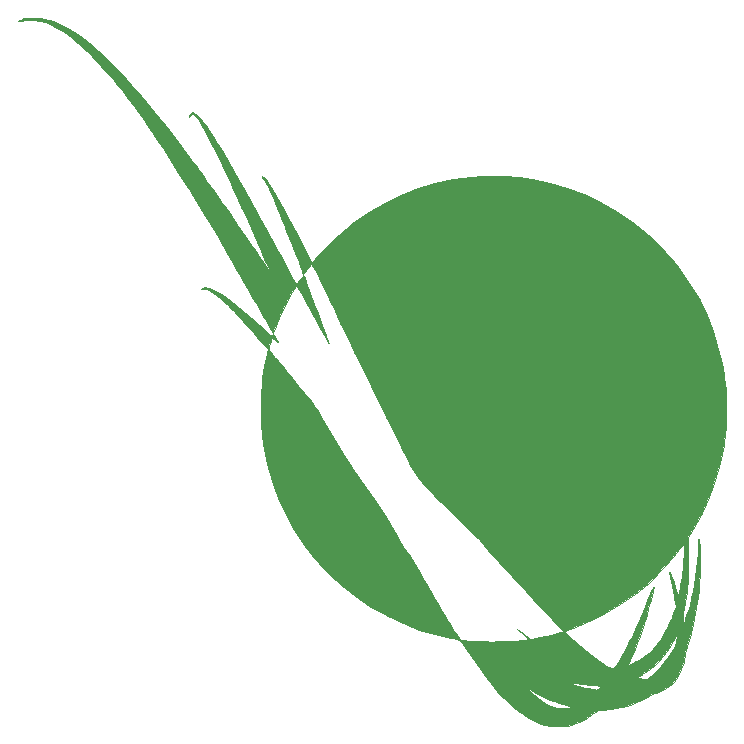
<source format=gbr>
%TF.GenerationSoftware,KiCad,Pcbnew,(5.1.10)-1*%
%TF.CreationDate,2022-03-12T01:19:32-06:00*%
%TF.ProjectId,SRA_Sensor_Board,5352415f-5365-46e7-936f-725f426f6172,rev?*%
%TF.SameCoordinates,Original*%
%TF.FileFunction,Legend,Bot*%
%TF.FilePolarity,Positive*%
%FSLAX46Y46*%
G04 Gerber Fmt 4.6, Leading zero omitted, Abs format (unit mm)*
G04 Created by KiCad (PCBNEW (5.1.10)-1) date 2022-03-12 01:19:32*
%MOMM*%
%LPD*%
G01*
G04 APERTURE LIST*
%ADD10C,0.010000*%
G04 APERTURE END LIST*
D10*
%TO.C,G\u002A\u002A\u002A*%
G36*
X73193461Y-88177631D02*
G01*
X73224906Y-88250006D01*
X73327167Y-88403965D01*
X73385837Y-88487036D01*
X73495590Y-88649042D01*
X73603124Y-88826863D01*
X73715187Y-89034721D01*
X73838528Y-89286836D01*
X73979893Y-89597427D01*
X74146031Y-89980715D01*
X74343690Y-90450919D01*
X74519661Y-90876412D01*
X74669319Y-91243807D01*
X74853899Y-91702998D01*
X75065398Y-92233619D01*
X75295813Y-92815304D01*
X75537141Y-93427687D01*
X75781382Y-94050402D01*
X76020531Y-94663083D01*
X76246588Y-95245365D01*
X76451548Y-95776881D01*
X76627411Y-96237265D01*
X76662403Y-96329632D01*
X76727221Y-96501049D01*
X77064030Y-96039851D01*
X77212946Y-95847033D01*
X77338692Y-95704680D01*
X77423868Y-95631438D01*
X77448099Y-95628245D01*
X77481702Y-95689549D01*
X77562922Y-95849949D01*
X77687298Y-96100322D01*
X77850368Y-96431551D01*
X78047670Y-96834514D01*
X78274744Y-97300092D01*
X78527126Y-97819164D01*
X78800356Y-98382611D01*
X79089971Y-98981312D01*
X79205547Y-99220627D01*
X79870946Y-100598253D01*
X80488398Y-101874885D01*
X81061546Y-103057977D01*
X81594038Y-104154983D01*
X82089519Y-105173356D01*
X82551633Y-106120550D01*
X82984027Y-107004019D01*
X83390345Y-107831215D01*
X83774234Y-108609594D01*
X84139339Y-109346608D01*
X84489305Y-110049711D01*
X84827777Y-110726357D01*
X85020444Y-111109988D01*
X85281570Y-111632268D01*
X85504549Y-112081248D01*
X85697311Y-112467236D01*
X85867786Y-112800541D01*
X86023905Y-113091474D01*
X86173597Y-113350344D01*
X86324794Y-113587459D01*
X86485424Y-113813129D01*
X86663420Y-114037663D01*
X86866709Y-114271371D01*
X87103224Y-114524561D01*
X87380895Y-114807544D01*
X87707650Y-115130628D01*
X88091422Y-115504123D01*
X88540139Y-115938337D01*
X89061733Y-116443581D01*
X89305319Y-116680298D01*
X89744681Y-117110208D01*
X90174528Y-117535307D01*
X90583643Y-117944194D01*
X90960810Y-118325469D01*
X91294815Y-118667730D01*
X91574440Y-118959575D01*
X91788471Y-119189604D01*
X91913056Y-119331129D01*
X92251886Y-119729521D01*
X92662754Y-120200600D01*
X93133645Y-120731279D01*
X93652542Y-121308469D01*
X94207429Y-121919083D01*
X94786287Y-122550033D01*
X95377102Y-123188232D01*
X95967855Y-123820592D01*
X96546531Y-124434024D01*
X97101113Y-125015442D01*
X97619585Y-125551758D01*
X97704423Y-125638685D01*
X97991357Y-125933063D01*
X98247555Y-126197508D01*
X98461944Y-126420460D01*
X98623451Y-126590356D01*
X98721003Y-126695636D01*
X98745496Y-126725649D01*
X98671690Y-126751944D01*
X98504467Y-126800054D01*
X98267242Y-126864010D01*
X97983436Y-126937841D01*
X97676464Y-127015579D01*
X97369746Y-127091253D01*
X97086700Y-127158896D01*
X96850743Y-127212537D01*
X96759584Y-127231866D01*
X96373939Y-127304583D01*
X96093674Y-127342881D01*
X95909326Y-127347461D01*
X95811429Y-127319026D01*
X95796933Y-127303259D01*
X95739564Y-127246658D01*
X95609753Y-127134167D01*
X95429288Y-126984355D01*
X95297999Y-126878049D01*
X94829669Y-126502358D01*
X95303551Y-126949311D01*
X95777434Y-127396265D01*
X95573764Y-127432715D01*
X95212765Y-127484929D01*
X94780082Y-127527226D01*
X94292111Y-127559723D01*
X93765245Y-127582542D01*
X93215878Y-127595802D01*
X92660405Y-127599624D01*
X92115221Y-127594127D01*
X91596720Y-127579432D01*
X91121296Y-127555658D01*
X90705343Y-127522925D01*
X90365256Y-127481354D01*
X90117430Y-127431064D01*
X90010049Y-127391987D01*
X89941387Y-127321141D01*
X89819861Y-127156493D01*
X89651946Y-126908652D01*
X89444119Y-126588226D01*
X89202853Y-126205823D01*
X88934625Y-125772053D01*
X88645911Y-125297523D01*
X88343186Y-124792841D01*
X88032926Y-124268617D01*
X87721606Y-123735459D01*
X87415702Y-123203975D01*
X87121689Y-122684774D01*
X86962174Y-122398877D01*
X86709050Y-121950213D01*
X86437193Y-121481792D01*
X86162453Y-121020002D01*
X85900676Y-120591230D01*
X85667713Y-120221863D01*
X85519598Y-119996986D01*
X85297993Y-119658613D01*
X85040633Y-119247505D01*
X84767778Y-118797158D01*
X84499689Y-118341070D01*
X84256628Y-117912734D01*
X84232309Y-117868786D01*
X83933892Y-117341576D01*
X83640440Y-116854310D01*
X83330847Y-116374232D01*
X82984002Y-115868587D01*
X82587677Y-115316777D01*
X81738982Y-114130992D01*
X80936991Y-112959442D01*
X80163059Y-111773233D01*
X79398543Y-110543472D01*
X78624800Y-109241265D01*
X78265255Y-108618026D01*
X78049508Y-108247293D01*
X77853182Y-107927282D01*
X77658580Y-107632918D01*
X77448007Y-107339125D01*
X77203767Y-107020827D01*
X76908163Y-106652949D01*
X76697369Y-106396277D01*
X76406444Y-106043384D01*
X76117065Y-105691384D01*
X75845640Y-105360309D01*
X75608577Y-105070193D01*
X75422287Y-104841066D01*
X75344743Y-104744977D01*
X75158122Y-104515081D01*
X74921838Y-104227615D01*
X74663963Y-103916553D01*
X74412567Y-103615868D01*
X74371003Y-103566457D01*
X74166314Y-103318610D01*
X73992629Y-103099190D01*
X73863516Y-102926064D01*
X73792542Y-102817098D01*
X73783097Y-102792317D01*
X73799116Y-102702145D01*
X73840338Y-102538270D01*
X73896504Y-102335986D01*
X73957359Y-102130588D01*
X74012647Y-101957371D01*
X74052110Y-101851630D01*
X74060874Y-101836428D01*
X74113304Y-101860742D01*
X74225972Y-101949975D01*
X74365700Y-102076618D01*
X74504276Y-102201495D01*
X74569147Y-102242872D01*
X74556570Y-102198428D01*
X74553262Y-102192967D01*
X74469310Y-102046993D01*
X74366029Y-101855273D01*
X74325281Y-101776476D01*
X74243338Y-101622448D01*
X74193081Y-101562639D01*
X74153511Y-101583346D01*
X74119038Y-101641925D01*
X74086721Y-101691056D01*
X74045905Y-101707893D01*
X73981156Y-101682784D01*
X73877039Y-101606077D01*
X73718117Y-101468123D01*
X73488955Y-101259268D01*
X73450426Y-101223856D01*
X72770792Y-100604226D01*
X72165323Y-100063826D01*
X71625074Y-99595197D01*
X71141100Y-99190876D01*
X70704457Y-98843403D01*
X70306198Y-98545318D01*
X69937379Y-98289160D01*
X69910047Y-98271028D01*
X69421207Y-97968339D01*
X69002907Y-97752872D01*
X68657227Y-97625363D01*
X68386249Y-97586552D01*
X68192051Y-97637175D01*
X68168676Y-97653291D01*
X68104574Y-97709438D01*
X68116507Y-97736858D01*
X68221869Y-97746240D01*
X68322050Y-97747559D01*
X68589753Y-97787263D01*
X68855365Y-97914319D01*
X68867193Y-97921759D01*
X69077511Y-98070361D01*
X69349910Y-98285237D01*
X69662258Y-98547037D01*
X69992424Y-98836416D01*
X70318275Y-99134024D01*
X70617680Y-99420515D01*
X70840780Y-99647090D01*
X71026066Y-99844595D01*
X71260786Y-100097811D01*
X71532617Y-100393162D01*
X71829239Y-100717075D01*
X72138332Y-101055975D01*
X72447573Y-101396288D01*
X72744643Y-101724440D01*
X73017220Y-102026857D01*
X73252982Y-102289964D01*
X73439610Y-102500187D01*
X73564782Y-102643951D01*
X73605843Y-102693401D01*
X73738191Y-102861655D01*
X73575782Y-103593150D01*
X73442369Y-104228511D01*
X73338633Y-104809986D01*
X73260649Y-105371521D01*
X73204491Y-105947064D01*
X73166233Y-106570562D01*
X73141951Y-107275964D01*
X73139900Y-107362867D01*
X73132374Y-108339059D01*
X73158541Y-109230168D01*
X73221515Y-110067245D01*
X73324406Y-110881343D01*
X73470327Y-111703513D01*
X73660409Y-112556637D01*
X74076066Y-114020337D01*
X74601539Y-115440633D01*
X75232599Y-116811755D01*
X75965018Y-118127934D01*
X76794566Y-119383401D01*
X77717014Y-120572387D01*
X78728134Y-121689122D01*
X79823696Y-122727837D01*
X80999471Y-123682763D01*
X82251231Y-124548131D01*
X82616362Y-124774566D01*
X83862515Y-125466352D01*
X85166075Y-126071499D01*
X86507068Y-126582482D01*
X87865519Y-126991776D01*
X89221454Y-127291856D01*
X89365366Y-127317150D01*
X89681020Y-127381401D01*
X89884690Y-127447668D01*
X89982926Y-127516350D01*
X90037398Y-127594026D01*
X90149614Y-127755820D01*
X90309309Y-127986869D01*
X90506217Y-128272308D01*
X90730073Y-128597274D01*
X90906698Y-128853960D01*
X91565668Y-129789497D01*
X92185571Y-130621545D01*
X92773170Y-131357624D01*
X93335225Y-132005251D01*
X93878499Y-132571946D01*
X94409751Y-133065227D01*
X94935745Y-133492613D01*
X95332709Y-133775677D01*
X95682571Y-133989293D01*
X96085335Y-134201006D01*
X96502796Y-134393133D01*
X96896748Y-134547990D01*
X97204603Y-134642102D01*
X97697035Y-134729531D01*
X98229893Y-134768410D01*
X98750835Y-134756944D01*
X99134650Y-134708289D01*
X99846235Y-134512425D01*
X100528222Y-134200392D01*
X101179692Y-133772643D01*
X101405202Y-133591570D01*
X101579266Y-133456021D01*
X101720955Y-133385661D01*
X101882045Y-133359996D01*
X101996538Y-133357506D01*
X102801243Y-133310344D01*
X103617762Y-133174144D01*
X103811947Y-133121441D01*
X99374300Y-133121441D01*
X99291169Y-133173582D01*
X99213120Y-133197956D01*
X99099230Y-133211059D01*
X98902238Y-133217481D01*
X98659002Y-133216267D01*
X98582624Y-133214275D01*
X98232350Y-133188984D01*
X97943320Y-133130802D01*
X97695198Y-133044018D01*
X97289304Y-132858691D01*
X96926057Y-132646460D01*
X96573074Y-132385080D01*
X96197969Y-132052306D01*
X96064987Y-131924182D01*
X95868742Y-131728685D01*
X95722878Y-131576557D01*
X95638202Y-131479670D01*
X95625519Y-131449893D01*
X95640307Y-131457663D01*
X96260950Y-131843132D01*
X96797219Y-132150526D01*
X97253687Y-132382459D01*
X97275534Y-132392601D01*
X97597777Y-132530720D01*
X97966839Y-132671867D01*
X98349337Y-132804817D01*
X98711886Y-132918342D01*
X99021102Y-133001217D01*
X99183844Y-133034330D01*
X99338305Y-133073792D01*
X99374300Y-133121441D01*
X103811947Y-133121441D01*
X104418433Y-132956837D01*
X105175592Y-132666354D01*
X105861574Y-132310623D01*
X106040348Y-132198293D01*
X106247122Y-132077982D01*
X106450369Y-131984472D01*
X106568912Y-131947051D01*
X106725264Y-131900601D01*
X106945014Y-131816697D01*
X107184461Y-131712217D01*
X107219385Y-131695810D01*
X107699738Y-131402286D01*
X107700516Y-131401555D01*
X101852950Y-131401555D01*
X101833032Y-131449161D01*
X101776903Y-131513529D01*
X101763658Y-131527631D01*
X101688535Y-131601709D01*
X101613879Y-131647507D01*
X101516468Y-131665727D01*
X101373080Y-131657068D01*
X101160495Y-131622232D01*
X100855492Y-131561920D01*
X100825995Y-131555933D01*
X100580611Y-131501218D01*
X100299489Y-131430834D01*
X100004362Y-131351206D01*
X99716962Y-131268764D01*
X99459023Y-131189934D01*
X99252278Y-131121144D01*
X99118459Y-131068823D01*
X99079300Y-131039397D01*
X99079345Y-131039351D01*
X99144292Y-131039103D01*
X99298658Y-131057331D01*
X99513820Y-131090404D01*
X99605464Y-131106091D01*
X99867428Y-131145947D01*
X100205139Y-131188449D01*
X100574504Y-131228442D01*
X100922391Y-131260047D01*
X101292236Y-131290231D01*
X101556300Y-131315048D01*
X101728498Y-131338924D01*
X101822744Y-131366284D01*
X101852950Y-131401555D01*
X107700516Y-131401555D01*
X108116241Y-131011442D01*
X108464874Y-130530087D01*
X108741617Y-129965030D01*
X108942452Y-129323079D01*
X109063360Y-128611046D01*
X109068246Y-128563619D01*
X109110496Y-128305409D01*
X109184700Y-127999229D01*
X109275535Y-127707507D01*
X109284390Y-127683038D01*
X109519428Y-126959619D01*
X109549670Y-126842376D01*
X108379543Y-126842376D01*
X108353349Y-127271876D01*
X108326809Y-127533425D01*
X108272762Y-127747860D01*
X108173928Y-127972221D01*
X108098659Y-128112538D01*
X107587700Y-128939009D01*
X107032933Y-129656957D01*
X106430542Y-130271097D01*
X106178605Y-130486146D01*
X105818321Y-130778017D01*
X105428014Y-130740799D01*
X105224703Y-130718332D01*
X105074697Y-130695976D01*
X105012687Y-130679480D01*
X104999822Y-130663312D01*
X105011283Y-130641993D01*
X105065947Y-130602155D01*
X105182691Y-130530432D01*
X105380393Y-130413457D01*
X105428014Y-130385397D01*
X106084291Y-129943188D01*
X106673576Y-129426100D01*
X107205463Y-128823431D01*
X107689543Y-128124484D01*
X108081075Y-127426226D01*
X108379543Y-126842376D01*
X109549670Y-126842376D01*
X109733040Y-126131492D01*
X109922335Y-125212602D01*
X110084427Y-124216896D01*
X110210912Y-123209516D01*
X110238501Y-122895114D01*
X110261649Y-122512582D01*
X110280229Y-122080135D01*
X110294113Y-121615991D01*
X110303174Y-121138367D01*
X110307284Y-120665479D01*
X110306316Y-120215545D01*
X110300142Y-119806781D01*
X110288634Y-119457405D01*
X110271665Y-119185633D01*
X110249108Y-119009683D01*
X110240556Y-118976182D01*
X110207458Y-118885345D01*
X110189070Y-118880744D01*
X110180220Y-118974510D01*
X110176569Y-119126300D01*
X110157074Y-119603375D01*
X110115056Y-120169911D01*
X110054067Y-120798138D01*
X109977656Y-121460288D01*
X109889375Y-122128593D01*
X109792774Y-122775281D01*
X109691405Y-123372586D01*
X109588819Y-123892737D01*
X109539149Y-124111169D01*
X109447403Y-124476877D01*
X109350161Y-124837559D01*
X109252977Y-125175367D01*
X109161406Y-125472449D01*
X109081000Y-125710956D01*
X109017315Y-125873037D01*
X108975904Y-125940843D01*
X108969795Y-125941044D01*
X108914639Y-125843840D01*
X108887068Y-125652892D01*
X108887041Y-125391330D01*
X108914511Y-125082283D01*
X108969435Y-124748880D01*
X108972104Y-124735840D01*
X109059085Y-124288293D01*
X109129764Y-123859928D01*
X109185815Y-123430359D01*
X109228909Y-122979198D01*
X109260719Y-122486059D01*
X109282916Y-121930555D01*
X109297173Y-121292300D01*
X109304155Y-120687530D01*
X109313515Y-119518118D01*
X108967866Y-119518118D01*
X108962098Y-119751444D01*
X108950186Y-120041966D01*
X108933175Y-120368838D01*
X108912108Y-120711213D01*
X108888031Y-121048246D01*
X108861988Y-121359090D01*
X108845452Y-121528192D01*
X108812094Y-121810043D01*
X108767774Y-122133235D01*
X108716433Y-122474193D01*
X108662013Y-122809341D01*
X108608458Y-123115103D01*
X108559710Y-123367902D01*
X108519712Y-123544164D01*
X108496595Y-123614345D01*
X108464173Y-123589958D01*
X108404703Y-123469685D01*
X108326311Y-123272470D01*
X108237123Y-123017256D01*
X108226152Y-122983849D01*
X108091061Y-122580993D01*
X107970253Y-122242698D01*
X107868300Y-121980468D01*
X107789771Y-121805806D01*
X107739236Y-121730217D01*
X107728074Y-121730102D01*
X107730092Y-121795119D01*
X107754011Y-121954161D01*
X107795866Y-122183979D01*
X107851692Y-122461322D01*
X107857319Y-122488071D01*
X107933989Y-122866653D01*
X108015648Y-123295035D01*
X108090420Y-123709837D01*
X108128887Y-123937153D01*
X108245786Y-124653690D01*
X108063318Y-125177584D01*
X107910633Y-125579323D01*
X107721830Y-126019859D01*
X107512809Y-126466106D01*
X107299471Y-126884976D01*
X107097718Y-127243382D01*
X106985086Y-127421215D01*
X106698742Y-127800449D01*
X106351257Y-128191120D01*
X105979039Y-128555424D01*
X105618494Y-128855557D01*
X105568541Y-128892082D01*
X105386803Y-129011585D01*
X105163003Y-129143251D01*
X104921123Y-129274951D01*
X104685144Y-129394558D01*
X104479046Y-129489946D01*
X104326810Y-129548987D01*
X104252418Y-129559553D01*
X104250959Y-129558387D01*
X104262013Y-129495960D01*
X104313938Y-129353434D01*
X104396166Y-129159233D01*
X104414434Y-129118638D01*
X104591716Y-128710662D01*
X104791143Y-128222315D01*
X104999660Y-127688046D01*
X105204211Y-127142302D01*
X105391741Y-126619532D01*
X105549195Y-126154186D01*
X105607067Y-125971690D01*
X105707136Y-125637202D01*
X105815104Y-125259158D01*
X105926113Y-124856434D01*
X106035304Y-124447902D01*
X106137818Y-124052435D01*
X106228797Y-123688908D01*
X106303380Y-123376195D01*
X106356710Y-123133168D01*
X106383928Y-122978701D01*
X106386399Y-122944472D01*
X106364506Y-122967479D01*
X106303435Y-123090218D01*
X106208349Y-123300810D01*
X106084410Y-123587379D01*
X105936780Y-123938047D01*
X105770622Y-124340935D01*
X105644847Y-124650650D01*
X105381151Y-125298719D01*
X105149302Y-125855120D01*
X104939508Y-126340832D01*
X104741974Y-126776831D01*
X104546906Y-127184094D01*
X104344512Y-127583599D01*
X104124997Y-127996323D01*
X103878567Y-128443242D01*
X103851941Y-128490845D01*
X103612441Y-128915475D01*
X103421407Y-129245426D01*
X103270900Y-129492043D01*
X103152978Y-129666673D01*
X103059701Y-129780659D01*
X102983130Y-129845346D01*
X102915322Y-129872081D01*
X102883322Y-129874764D01*
X102774493Y-129842778D01*
X102595171Y-129756449D01*
X102373307Y-129630218D01*
X102206543Y-129525115D01*
X101961775Y-129356704D01*
X101658643Y-129136566D01*
X101331008Y-128889896D01*
X101012733Y-128641887D01*
X100923967Y-128570852D01*
X100866405Y-128523700D01*
X97381678Y-128523700D01*
X97351655Y-128553724D01*
X97321631Y-128523700D01*
X97351655Y-128493676D01*
X97381678Y-128523700D01*
X100866405Y-128523700D01*
X100804431Y-128472934D01*
X97261584Y-128472934D01*
X97215682Y-128461560D01*
X97078477Y-128373583D01*
X96850715Y-128209531D01*
X96533146Y-127969931D01*
X96372097Y-127846071D01*
X96169876Y-127685440D01*
X96012548Y-127551976D01*
X95918583Y-127461902D01*
X95901023Y-127432330D01*
X95953913Y-127457773D01*
X96079674Y-127542640D01*
X96257597Y-127671090D01*
X96466970Y-127827282D01*
X96687081Y-127995377D01*
X96897219Y-128159532D01*
X97076673Y-128303908D01*
X97204732Y-128412663D01*
X97260683Y-128469957D01*
X97261584Y-128472934D01*
X100804431Y-128472934D01*
X100665513Y-128359140D01*
X100381748Y-128120987D01*
X100086421Y-127868569D01*
X99793281Y-127614060D01*
X99516078Y-127369638D01*
X99268561Y-127147477D01*
X99064479Y-126959753D01*
X98917582Y-126818642D01*
X98841618Y-126736320D01*
X98834749Y-126720753D01*
X98894816Y-126694431D01*
X99045349Y-126635604D01*
X99263969Y-126552848D01*
X99528293Y-126454741D01*
X99541800Y-126449773D01*
X100940372Y-125874234D01*
X102290447Y-125195797D01*
X103583917Y-124420456D01*
X104812673Y-123554204D01*
X105968605Y-122603033D01*
X107043604Y-121572938D01*
X108029561Y-120469910D01*
X108577837Y-119771809D01*
X108729468Y-119572805D01*
X108854523Y-119416277D01*
X108935955Y-119323163D01*
X108956789Y-119306442D01*
X108966444Y-119362836D01*
X108967866Y-119518118D01*
X109313515Y-119518118D01*
X109319776Y-118735993D01*
X109721261Y-118075473D01*
X110454082Y-116755233D01*
X111079755Y-115381859D01*
X111598503Y-113954684D01*
X112010547Y-112473041D01*
X112316112Y-110936262D01*
X112460977Y-109879019D01*
X112488972Y-109544614D01*
X112509730Y-109117774D01*
X112523252Y-108625940D01*
X112529537Y-108096552D01*
X112528586Y-107557052D01*
X112520398Y-107034881D01*
X112504973Y-106557479D01*
X112482311Y-106152287D01*
X112460977Y-105915899D01*
X112225351Y-104338944D01*
X111881671Y-102814359D01*
X111429824Y-101341869D01*
X110869699Y-99921202D01*
X110201183Y-98552086D01*
X109424165Y-97234247D01*
X108538532Y-95967412D01*
X108196242Y-95527719D01*
X107890546Y-95163530D01*
X107518177Y-94748140D01*
X107104389Y-94307630D01*
X106674433Y-93868079D01*
X106253563Y-93455570D01*
X105867030Y-93096183D01*
X105698227Y-92947732D01*
X104490553Y-91989093D01*
X103220765Y-91132327D01*
X101893418Y-90379421D01*
X100513067Y-89732359D01*
X99084268Y-89193126D01*
X97611575Y-88763708D01*
X96099545Y-88446089D01*
X95009811Y-88290137D01*
X94562942Y-88249702D01*
X94030279Y-88219837D01*
X93442990Y-88200782D01*
X92832245Y-88192777D01*
X92229215Y-88196063D01*
X91665067Y-88210882D01*
X91170973Y-88237472D01*
X90926596Y-88258609D01*
X89371546Y-88476351D01*
X87864834Y-88803883D01*
X86405179Y-89241735D01*
X84991302Y-89790435D01*
X83621922Y-90450512D01*
X82295760Y-91222495D01*
X81011535Y-92106913D01*
X80328250Y-92636915D01*
X80066146Y-92858888D01*
X79753516Y-93140191D01*
X79408582Y-93462850D01*
X79049566Y-93808888D01*
X78694688Y-94160329D01*
X78362169Y-94499197D01*
X78070232Y-94807517D01*
X77837096Y-95067311D01*
X77716194Y-95213818D01*
X77589155Y-95372075D01*
X77491467Y-95484136D01*
X77445981Y-95524644D01*
X77412769Y-95473459D01*
X77332414Y-95327410D01*
X77211463Y-95099060D01*
X77056466Y-94800970D01*
X76873971Y-94445699D01*
X76670526Y-94045809D01*
X76531547Y-93770670D01*
X76100632Y-92924032D01*
X75686209Y-92127142D01*
X75291870Y-91386213D01*
X74921204Y-90707461D01*
X74577803Y-90097097D01*
X74265256Y-89561336D01*
X73987156Y-89106392D01*
X73747091Y-88738479D01*
X73548653Y-88463810D01*
X73395433Y-88288599D01*
X73335131Y-88239061D01*
X73230860Y-88177197D01*
X73193461Y-88177631D01*
G37*
X73193461Y-88177631D02*
X73224906Y-88250006D01*
X73327167Y-88403965D01*
X73385837Y-88487036D01*
X73495590Y-88649042D01*
X73603124Y-88826863D01*
X73715187Y-89034721D01*
X73838528Y-89286836D01*
X73979893Y-89597427D01*
X74146031Y-89980715D01*
X74343690Y-90450919D01*
X74519661Y-90876412D01*
X74669319Y-91243807D01*
X74853899Y-91702998D01*
X75065398Y-92233619D01*
X75295813Y-92815304D01*
X75537141Y-93427687D01*
X75781382Y-94050402D01*
X76020531Y-94663083D01*
X76246588Y-95245365D01*
X76451548Y-95776881D01*
X76627411Y-96237265D01*
X76662403Y-96329632D01*
X76727221Y-96501049D01*
X77064030Y-96039851D01*
X77212946Y-95847033D01*
X77338692Y-95704680D01*
X77423868Y-95631438D01*
X77448099Y-95628245D01*
X77481702Y-95689549D01*
X77562922Y-95849949D01*
X77687298Y-96100322D01*
X77850368Y-96431551D01*
X78047670Y-96834514D01*
X78274744Y-97300092D01*
X78527126Y-97819164D01*
X78800356Y-98382611D01*
X79089971Y-98981312D01*
X79205547Y-99220627D01*
X79870946Y-100598253D01*
X80488398Y-101874885D01*
X81061546Y-103057977D01*
X81594038Y-104154983D01*
X82089519Y-105173356D01*
X82551633Y-106120550D01*
X82984027Y-107004019D01*
X83390345Y-107831215D01*
X83774234Y-108609594D01*
X84139339Y-109346608D01*
X84489305Y-110049711D01*
X84827777Y-110726357D01*
X85020444Y-111109988D01*
X85281570Y-111632268D01*
X85504549Y-112081248D01*
X85697311Y-112467236D01*
X85867786Y-112800541D01*
X86023905Y-113091474D01*
X86173597Y-113350344D01*
X86324794Y-113587459D01*
X86485424Y-113813129D01*
X86663420Y-114037663D01*
X86866709Y-114271371D01*
X87103224Y-114524561D01*
X87380895Y-114807544D01*
X87707650Y-115130628D01*
X88091422Y-115504123D01*
X88540139Y-115938337D01*
X89061733Y-116443581D01*
X89305319Y-116680298D01*
X89744681Y-117110208D01*
X90174528Y-117535307D01*
X90583643Y-117944194D01*
X90960810Y-118325469D01*
X91294815Y-118667730D01*
X91574440Y-118959575D01*
X91788471Y-119189604D01*
X91913056Y-119331129D01*
X92251886Y-119729521D01*
X92662754Y-120200600D01*
X93133645Y-120731279D01*
X93652542Y-121308469D01*
X94207429Y-121919083D01*
X94786287Y-122550033D01*
X95377102Y-123188232D01*
X95967855Y-123820592D01*
X96546531Y-124434024D01*
X97101113Y-125015442D01*
X97619585Y-125551758D01*
X97704423Y-125638685D01*
X97991357Y-125933063D01*
X98247555Y-126197508D01*
X98461944Y-126420460D01*
X98623451Y-126590356D01*
X98721003Y-126695636D01*
X98745496Y-126725649D01*
X98671690Y-126751944D01*
X98504467Y-126800054D01*
X98267242Y-126864010D01*
X97983436Y-126937841D01*
X97676464Y-127015579D01*
X97369746Y-127091253D01*
X97086700Y-127158896D01*
X96850743Y-127212537D01*
X96759584Y-127231866D01*
X96373939Y-127304583D01*
X96093674Y-127342881D01*
X95909326Y-127347461D01*
X95811429Y-127319026D01*
X95796933Y-127303259D01*
X95739564Y-127246658D01*
X95609753Y-127134167D01*
X95429288Y-126984355D01*
X95297999Y-126878049D01*
X94829669Y-126502358D01*
X95303551Y-126949311D01*
X95777434Y-127396265D01*
X95573764Y-127432715D01*
X95212765Y-127484929D01*
X94780082Y-127527226D01*
X94292111Y-127559723D01*
X93765245Y-127582542D01*
X93215878Y-127595802D01*
X92660405Y-127599624D01*
X92115221Y-127594127D01*
X91596720Y-127579432D01*
X91121296Y-127555658D01*
X90705343Y-127522925D01*
X90365256Y-127481354D01*
X90117430Y-127431064D01*
X90010049Y-127391987D01*
X89941387Y-127321141D01*
X89819861Y-127156493D01*
X89651946Y-126908652D01*
X89444119Y-126588226D01*
X89202853Y-126205823D01*
X88934625Y-125772053D01*
X88645911Y-125297523D01*
X88343186Y-124792841D01*
X88032926Y-124268617D01*
X87721606Y-123735459D01*
X87415702Y-123203975D01*
X87121689Y-122684774D01*
X86962174Y-122398877D01*
X86709050Y-121950213D01*
X86437193Y-121481792D01*
X86162453Y-121020002D01*
X85900676Y-120591230D01*
X85667713Y-120221863D01*
X85519598Y-119996986D01*
X85297993Y-119658613D01*
X85040633Y-119247505D01*
X84767778Y-118797158D01*
X84499689Y-118341070D01*
X84256628Y-117912734D01*
X84232309Y-117868786D01*
X83933892Y-117341576D01*
X83640440Y-116854310D01*
X83330847Y-116374232D01*
X82984002Y-115868587D01*
X82587677Y-115316777D01*
X81738982Y-114130992D01*
X80936991Y-112959442D01*
X80163059Y-111773233D01*
X79398543Y-110543472D01*
X78624800Y-109241265D01*
X78265255Y-108618026D01*
X78049508Y-108247293D01*
X77853182Y-107927282D01*
X77658580Y-107632918D01*
X77448007Y-107339125D01*
X77203767Y-107020827D01*
X76908163Y-106652949D01*
X76697369Y-106396277D01*
X76406444Y-106043384D01*
X76117065Y-105691384D01*
X75845640Y-105360309D01*
X75608577Y-105070193D01*
X75422287Y-104841066D01*
X75344743Y-104744977D01*
X75158122Y-104515081D01*
X74921838Y-104227615D01*
X74663963Y-103916553D01*
X74412567Y-103615868D01*
X74371003Y-103566457D01*
X74166314Y-103318610D01*
X73992629Y-103099190D01*
X73863516Y-102926064D01*
X73792542Y-102817098D01*
X73783097Y-102792317D01*
X73799116Y-102702145D01*
X73840338Y-102538270D01*
X73896504Y-102335986D01*
X73957359Y-102130588D01*
X74012647Y-101957371D01*
X74052110Y-101851630D01*
X74060874Y-101836428D01*
X74113304Y-101860742D01*
X74225972Y-101949975D01*
X74365700Y-102076618D01*
X74504276Y-102201495D01*
X74569147Y-102242872D01*
X74556570Y-102198428D01*
X74553262Y-102192967D01*
X74469310Y-102046993D01*
X74366029Y-101855273D01*
X74325281Y-101776476D01*
X74243338Y-101622448D01*
X74193081Y-101562639D01*
X74153511Y-101583346D01*
X74119038Y-101641925D01*
X74086721Y-101691056D01*
X74045905Y-101707893D01*
X73981156Y-101682784D01*
X73877039Y-101606077D01*
X73718117Y-101468123D01*
X73488955Y-101259268D01*
X73450426Y-101223856D01*
X72770792Y-100604226D01*
X72165323Y-100063826D01*
X71625074Y-99595197D01*
X71141100Y-99190876D01*
X70704457Y-98843403D01*
X70306198Y-98545318D01*
X69937379Y-98289160D01*
X69910047Y-98271028D01*
X69421207Y-97968339D01*
X69002907Y-97752872D01*
X68657227Y-97625363D01*
X68386249Y-97586552D01*
X68192051Y-97637175D01*
X68168676Y-97653291D01*
X68104574Y-97709438D01*
X68116507Y-97736858D01*
X68221869Y-97746240D01*
X68322050Y-97747559D01*
X68589753Y-97787263D01*
X68855365Y-97914319D01*
X68867193Y-97921759D01*
X69077511Y-98070361D01*
X69349910Y-98285237D01*
X69662258Y-98547037D01*
X69992424Y-98836416D01*
X70318275Y-99134024D01*
X70617680Y-99420515D01*
X70840780Y-99647090D01*
X71026066Y-99844595D01*
X71260786Y-100097811D01*
X71532617Y-100393162D01*
X71829239Y-100717075D01*
X72138332Y-101055975D01*
X72447573Y-101396288D01*
X72744643Y-101724440D01*
X73017220Y-102026857D01*
X73252982Y-102289964D01*
X73439610Y-102500187D01*
X73564782Y-102643951D01*
X73605843Y-102693401D01*
X73738191Y-102861655D01*
X73575782Y-103593150D01*
X73442369Y-104228511D01*
X73338633Y-104809986D01*
X73260649Y-105371521D01*
X73204491Y-105947064D01*
X73166233Y-106570562D01*
X73141951Y-107275964D01*
X73139900Y-107362867D01*
X73132374Y-108339059D01*
X73158541Y-109230168D01*
X73221515Y-110067245D01*
X73324406Y-110881343D01*
X73470327Y-111703513D01*
X73660409Y-112556637D01*
X74076066Y-114020337D01*
X74601539Y-115440633D01*
X75232599Y-116811755D01*
X75965018Y-118127934D01*
X76794566Y-119383401D01*
X77717014Y-120572387D01*
X78728134Y-121689122D01*
X79823696Y-122727837D01*
X80999471Y-123682763D01*
X82251231Y-124548131D01*
X82616362Y-124774566D01*
X83862515Y-125466352D01*
X85166075Y-126071499D01*
X86507068Y-126582482D01*
X87865519Y-126991776D01*
X89221454Y-127291856D01*
X89365366Y-127317150D01*
X89681020Y-127381401D01*
X89884690Y-127447668D01*
X89982926Y-127516350D01*
X90037398Y-127594026D01*
X90149614Y-127755820D01*
X90309309Y-127986869D01*
X90506217Y-128272308D01*
X90730073Y-128597274D01*
X90906698Y-128853960D01*
X91565668Y-129789497D01*
X92185571Y-130621545D01*
X92773170Y-131357624D01*
X93335225Y-132005251D01*
X93878499Y-132571946D01*
X94409751Y-133065227D01*
X94935745Y-133492613D01*
X95332709Y-133775677D01*
X95682571Y-133989293D01*
X96085335Y-134201006D01*
X96502796Y-134393133D01*
X96896748Y-134547990D01*
X97204603Y-134642102D01*
X97697035Y-134729531D01*
X98229893Y-134768410D01*
X98750835Y-134756944D01*
X99134650Y-134708289D01*
X99846235Y-134512425D01*
X100528222Y-134200392D01*
X101179692Y-133772643D01*
X101405202Y-133591570D01*
X101579266Y-133456021D01*
X101720955Y-133385661D01*
X101882045Y-133359996D01*
X101996538Y-133357506D01*
X102801243Y-133310344D01*
X103617762Y-133174144D01*
X103811947Y-133121441D01*
X99374300Y-133121441D01*
X99291169Y-133173582D01*
X99213120Y-133197956D01*
X99099230Y-133211059D01*
X98902238Y-133217481D01*
X98659002Y-133216267D01*
X98582624Y-133214275D01*
X98232350Y-133188984D01*
X97943320Y-133130802D01*
X97695198Y-133044018D01*
X97289304Y-132858691D01*
X96926057Y-132646460D01*
X96573074Y-132385080D01*
X96197969Y-132052306D01*
X96064987Y-131924182D01*
X95868742Y-131728685D01*
X95722878Y-131576557D01*
X95638202Y-131479670D01*
X95625519Y-131449893D01*
X95640307Y-131457663D01*
X96260950Y-131843132D01*
X96797219Y-132150526D01*
X97253687Y-132382459D01*
X97275534Y-132392601D01*
X97597777Y-132530720D01*
X97966839Y-132671867D01*
X98349337Y-132804817D01*
X98711886Y-132918342D01*
X99021102Y-133001217D01*
X99183844Y-133034330D01*
X99338305Y-133073792D01*
X99374300Y-133121441D01*
X103811947Y-133121441D01*
X104418433Y-132956837D01*
X105175592Y-132666354D01*
X105861574Y-132310623D01*
X106040348Y-132198293D01*
X106247122Y-132077982D01*
X106450369Y-131984472D01*
X106568912Y-131947051D01*
X106725264Y-131900601D01*
X106945014Y-131816697D01*
X107184461Y-131712217D01*
X107219385Y-131695810D01*
X107699738Y-131402286D01*
X107700516Y-131401555D01*
X101852950Y-131401555D01*
X101833032Y-131449161D01*
X101776903Y-131513529D01*
X101763658Y-131527631D01*
X101688535Y-131601709D01*
X101613879Y-131647507D01*
X101516468Y-131665727D01*
X101373080Y-131657068D01*
X101160495Y-131622232D01*
X100855492Y-131561920D01*
X100825995Y-131555933D01*
X100580611Y-131501218D01*
X100299489Y-131430834D01*
X100004362Y-131351206D01*
X99716962Y-131268764D01*
X99459023Y-131189934D01*
X99252278Y-131121144D01*
X99118459Y-131068823D01*
X99079300Y-131039397D01*
X99079345Y-131039351D01*
X99144292Y-131039103D01*
X99298658Y-131057331D01*
X99513820Y-131090404D01*
X99605464Y-131106091D01*
X99867428Y-131145947D01*
X100205139Y-131188449D01*
X100574504Y-131228442D01*
X100922391Y-131260047D01*
X101292236Y-131290231D01*
X101556300Y-131315048D01*
X101728498Y-131338924D01*
X101822744Y-131366284D01*
X101852950Y-131401555D01*
X107700516Y-131401555D01*
X108116241Y-131011442D01*
X108464874Y-130530087D01*
X108741617Y-129965030D01*
X108942452Y-129323079D01*
X109063360Y-128611046D01*
X109068246Y-128563619D01*
X109110496Y-128305409D01*
X109184700Y-127999229D01*
X109275535Y-127707507D01*
X109284390Y-127683038D01*
X109519428Y-126959619D01*
X109549670Y-126842376D01*
X108379543Y-126842376D01*
X108353349Y-127271876D01*
X108326809Y-127533425D01*
X108272762Y-127747860D01*
X108173928Y-127972221D01*
X108098659Y-128112538D01*
X107587700Y-128939009D01*
X107032933Y-129656957D01*
X106430542Y-130271097D01*
X106178605Y-130486146D01*
X105818321Y-130778017D01*
X105428014Y-130740799D01*
X105224703Y-130718332D01*
X105074697Y-130695976D01*
X105012687Y-130679480D01*
X104999822Y-130663312D01*
X105011283Y-130641993D01*
X105065947Y-130602155D01*
X105182691Y-130530432D01*
X105380393Y-130413457D01*
X105428014Y-130385397D01*
X106084291Y-129943188D01*
X106673576Y-129426100D01*
X107205463Y-128823431D01*
X107689543Y-128124484D01*
X108081075Y-127426226D01*
X108379543Y-126842376D01*
X109549670Y-126842376D01*
X109733040Y-126131492D01*
X109922335Y-125212602D01*
X110084427Y-124216896D01*
X110210912Y-123209516D01*
X110238501Y-122895114D01*
X110261649Y-122512582D01*
X110280229Y-122080135D01*
X110294113Y-121615991D01*
X110303174Y-121138367D01*
X110307284Y-120665479D01*
X110306316Y-120215545D01*
X110300142Y-119806781D01*
X110288634Y-119457405D01*
X110271665Y-119185633D01*
X110249108Y-119009683D01*
X110240556Y-118976182D01*
X110207458Y-118885345D01*
X110189070Y-118880744D01*
X110180220Y-118974510D01*
X110176569Y-119126300D01*
X110157074Y-119603375D01*
X110115056Y-120169911D01*
X110054067Y-120798138D01*
X109977656Y-121460288D01*
X109889375Y-122128593D01*
X109792774Y-122775281D01*
X109691405Y-123372586D01*
X109588819Y-123892737D01*
X109539149Y-124111169D01*
X109447403Y-124476877D01*
X109350161Y-124837559D01*
X109252977Y-125175367D01*
X109161406Y-125472449D01*
X109081000Y-125710956D01*
X109017315Y-125873037D01*
X108975904Y-125940843D01*
X108969795Y-125941044D01*
X108914639Y-125843840D01*
X108887068Y-125652892D01*
X108887041Y-125391330D01*
X108914511Y-125082283D01*
X108969435Y-124748880D01*
X108972104Y-124735840D01*
X109059085Y-124288293D01*
X109129764Y-123859928D01*
X109185815Y-123430359D01*
X109228909Y-122979198D01*
X109260719Y-122486059D01*
X109282916Y-121930555D01*
X109297173Y-121292300D01*
X109304155Y-120687530D01*
X109313515Y-119518118D01*
X108967866Y-119518118D01*
X108962098Y-119751444D01*
X108950186Y-120041966D01*
X108933175Y-120368838D01*
X108912108Y-120711213D01*
X108888031Y-121048246D01*
X108861988Y-121359090D01*
X108845452Y-121528192D01*
X108812094Y-121810043D01*
X108767774Y-122133235D01*
X108716433Y-122474193D01*
X108662013Y-122809341D01*
X108608458Y-123115103D01*
X108559710Y-123367902D01*
X108519712Y-123544164D01*
X108496595Y-123614345D01*
X108464173Y-123589958D01*
X108404703Y-123469685D01*
X108326311Y-123272470D01*
X108237123Y-123017256D01*
X108226152Y-122983849D01*
X108091061Y-122580993D01*
X107970253Y-122242698D01*
X107868300Y-121980468D01*
X107789771Y-121805806D01*
X107739236Y-121730217D01*
X107728074Y-121730102D01*
X107730092Y-121795119D01*
X107754011Y-121954161D01*
X107795866Y-122183979D01*
X107851692Y-122461322D01*
X107857319Y-122488071D01*
X107933989Y-122866653D01*
X108015648Y-123295035D01*
X108090420Y-123709837D01*
X108128887Y-123937153D01*
X108245786Y-124653690D01*
X108063318Y-125177584D01*
X107910633Y-125579323D01*
X107721830Y-126019859D01*
X107512809Y-126466106D01*
X107299471Y-126884976D01*
X107097718Y-127243382D01*
X106985086Y-127421215D01*
X106698742Y-127800449D01*
X106351257Y-128191120D01*
X105979039Y-128555424D01*
X105618494Y-128855557D01*
X105568541Y-128892082D01*
X105386803Y-129011585D01*
X105163003Y-129143251D01*
X104921123Y-129274951D01*
X104685144Y-129394558D01*
X104479046Y-129489946D01*
X104326810Y-129548987D01*
X104252418Y-129559553D01*
X104250959Y-129558387D01*
X104262013Y-129495960D01*
X104313938Y-129353434D01*
X104396166Y-129159233D01*
X104414434Y-129118638D01*
X104591716Y-128710662D01*
X104791143Y-128222315D01*
X104999660Y-127688046D01*
X105204211Y-127142302D01*
X105391741Y-126619532D01*
X105549195Y-126154186D01*
X105607067Y-125971690D01*
X105707136Y-125637202D01*
X105815104Y-125259158D01*
X105926113Y-124856434D01*
X106035304Y-124447902D01*
X106137818Y-124052435D01*
X106228797Y-123688908D01*
X106303380Y-123376195D01*
X106356710Y-123133168D01*
X106383928Y-122978701D01*
X106386399Y-122944472D01*
X106364506Y-122967479D01*
X106303435Y-123090218D01*
X106208349Y-123300810D01*
X106084410Y-123587379D01*
X105936780Y-123938047D01*
X105770622Y-124340935D01*
X105644847Y-124650650D01*
X105381151Y-125298719D01*
X105149302Y-125855120D01*
X104939508Y-126340832D01*
X104741974Y-126776831D01*
X104546906Y-127184094D01*
X104344512Y-127583599D01*
X104124997Y-127996323D01*
X103878567Y-128443242D01*
X103851941Y-128490845D01*
X103612441Y-128915475D01*
X103421407Y-129245426D01*
X103270900Y-129492043D01*
X103152978Y-129666673D01*
X103059701Y-129780659D01*
X102983130Y-129845346D01*
X102915322Y-129872081D01*
X102883322Y-129874764D01*
X102774493Y-129842778D01*
X102595171Y-129756449D01*
X102373307Y-129630218D01*
X102206543Y-129525115D01*
X101961775Y-129356704D01*
X101658643Y-129136566D01*
X101331008Y-128889896D01*
X101012733Y-128641887D01*
X100923967Y-128570852D01*
X100866405Y-128523700D01*
X97381678Y-128523700D01*
X97351655Y-128553724D01*
X97321631Y-128523700D01*
X97351655Y-128493676D01*
X97381678Y-128523700D01*
X100866405Y-128523700D01*
X100804431Y-128472934D01*
X97261584Y-128472934D01*
X97215682Y-128461560D01*
X97078477Y-128373583D01*
X96850715Y-128209531D01*
X96533146Y-127969931D01*
X96372097Y-127846071D01*
X96169876Y-127685440D01*
X96012548Y-127551976D01*
X95918583Y-127461902D01*
X95901023Y-127432330D01*
X95953913Y-127457773D01*
X96079674Y-127542640D01*
X96257597Y-127671090D01*
X96466970Y-127827282D01*
X96687081Y-127995377D01*
X96897219Y-128159532D01*
X97076673Y-128303908D01*
X97204732Y-128412663D01*
X97260683Y-128469957D01*
X97261584Y-128472934D01*
X100804431Y-128472934D01*
X100665513Y-128359140D01*
X100381748Y-128120987D01*
X100086421Y-127868569D01*
X99793281Y-127614060D01*
X99516078Y-127369638D01*
X99268561Y-127147477D01*
X99064479Y-126959753D01*
X98917582Y-126818642D01*
X98841618Y-126736320D01*
X98834749Y-126720753D01*
X98894816Y-126694431D01*
X99045349Y-126635604D01*
X99263969Y-126552848D01*
X99528293Y-126454741D01*
X99541800Y-126449773D01*
X100940372Y-125874234D01*
X102290447Y-125195797D01*
X103583917Y-124420456D01*
X104812673Y-123554204D01*
X105968605Y-122603033D01*
X107043604Y-121572938D01*
X108029561Y-120469910D01*
X108577837Y-119771809D01*
X108729468Y-119572805D01*
X108854523Y-119416277D01*
X108935955Y-119323163D01*
X108956789Y-119306442D01*
X108966444Y-119362836D01*
X108967866Y-119518118D01*
X109313515Y-119518118D01*
X109319776Y-118735993D01*
X109721261Y-118075473D01*
X110454082Y-116755233D01*
X111079755Y-115381859D01*
X111598503Y-113954684D01*
X112010547Y-112473041D01*
X112316112Y-110936262D01*
X112460977Y-109879019D01*
X112488972Y-109544614D01*
X112509730Y-109117774D01*
X112523252Y-108625940D01*
X112529537Y-108096552D01*
X112528586Y-107557052D01*
X112520398Y-107034881D01*
X112504973Y-106557479D01*
X112482311Y-106152287D01*
X112460977Y-105915899D01*
X112225351Y-104338944D01*
X111881671Y-102814359D01*
X111429824Y-101341869D01*
X110869699Y-99921202D01*
X110201183Y-98552086D01*
X109424165Y-97234247D01*
X108538532Y-95967412D01*
X108196242Y-95527719D01*
X107890546Y-95163530D01*
X107518177Y-94748140D01*
X107104389Y-94307630D01*
X106674433Y-93868079D01*
X106253563Y-93455570D01*
X105867030Y-93096183D01*
X105698227Y-92947732D01*
X104490553Y-91989093D01*
X103220765Y-91132327D01*
X101893418Y-90379421D01*
X100513067Y-89732359D01*
X99084268Y-89193126D01*
X97611575Y-88763708D01*
X96099545Y-88446089D01*
X95009811Y-88290137D01*
X94562942Y-88249702D01*
X94030279Y-88219837D01*
X93442990Y-88200782D01*
X92832245Y-88192777D01*
X92229215Y-88196063D01*
X91665067Y-88210882D01*
X91170973Y-88237472D01*
X90926596Y-88258609D01*
X89371546Y-88476351D01*
X87864834Y-88803883D01*
X86405179Y-89241735D01*
X84991302Y-89790435D01*
X83621922Y-90450512D01*
X82295760Y-91222495D01*
X81011535Y-92106913D01*
X80328250Y-92636915D01*
X80066146Y-92858888D01*
X79753516Y-93140191D01*
X79408582Y-93462850D01*
X79049566Y-93808888D01*
X78694688Y-94160329D01*
X78362169Y-94499197D01*
X78070232Y-94807517D01*
X77837096Y-95067311D01*
X77716194Y-95213818D01*
X77589155Y-95372075D01*
X77491467Y-95484136D01*
X77445981Y-95524644D01*
X77412769Y-95473459D01*
X77332414Y-95327410D01*
X77211463Y-95099060D01*
X77056466Y-94800970D01*
X76873971Y-94445699D01*
X76670526Y-94045809D01*
X76531547Y-93770670D01*
X76100632Y-92924032D01*
X75686209Y-92127142D01*
X75291870Y-91386213D01*
X74921204Y-90707461D01*
X74577803Y-90097097D01*
X74265256Y-89561336D01*
X73987156Y-89106392D01*
X73747091Y-88738479D01*
X73548653Y-88463810D01*
X73395433Y-88288599D01*
X73335131Y-88239061D01*
X73230860Y-88177197D01*
X73193461Y-88177631D01*
G36*
X78827068Y-102283038D02*
G01*
X78857092Y-102313062D01*
X78887116Y-102283038D01*
X78857092Y-102253014D01*
X78827068Y-102283038D01*
G37*
X78827068Y-102283038D02*
X78857092Y-102313062D01*
X78887116Y-102283038D01*
X78857092Y-102253014D01*
X78827068Y-102283038D01*
G36*
X53514149Y-74790424D02*
G01*
X53121105Y-74847112D01*
X52801091Y-74940147D01*
X52752279Y-74961283D01*
X52556383Y-75052062D01*
X52736525Y-75021589D01*
X53363486Y-74951275D01*
X53950734Y-74955956D01*
X54471593Y-75035345D01*
X54493100Y-75040683D01*
X55100061Y-75240287D01*
X55732555Y-75539385D01*
X56392740Y-75939734D01*
X57082774Y-76443090D01*
X57804813Y-77051210D01*
X58561015Y-77765848D01*
X59353539Y-78588762D01*
X60184540Y-79521708D01*
X60598630Y-80010208D01*
X60982262Y-80473537D01*
X61348767Y-80925352D01*
X61703886Y-81373956D01*
X62053365Y-81827651D01*
X62402946Y-82294738D01*
X62758373Y-82783522D01*
X63125389Y-83302303D01*
X63509737Y-83859385D01*
X63917161Y-84463069D01*
X64353405Y-85121658D01*
X64824211Y-85843456D01*
X65335323Y-86636762D01*
X65892484Y-87509882D01*
X66501439Y-88471115D01*
X67013186Y-89282802D01*
X68180172Y-91164653D01*
X69302601Y-93030233D01*
X70362429Y-94849429D01*
X70629160Y-95317553D01*
X70870212Y-95740497D01*
X71149480Y-96226941D01*
X71443972Y-96737059D01*
X71730699Y-97231026D01*
X71982278Y-97661537D01*
X72232855Y-98091080D01*
X72507725Y-98566774D01*
X72785673Y-99051609D01*
X73045485Y-99508574D01*
X73265946Y-99900658D01*
X73273000Y-99913310D01*
X73463132Y-100253850D01*
X73643504Y-100575831D01*
X73802117Y-100857914D01*
X73926968Y-101078757D01*
X74006059Y-101217020D01*
X74008549Y-101221301D01*
X74159600Y-101480604D01*
X74392715Y-100861017D01*
X74514982Y-100554591D01*
X74666992Y-100202663D01*
X74841118Y-99820195D01*
X75029734Y-99422146D01*
X75225214Y-99023479D01*
X75419932Y-98639154D01*
X75606263Y-98284131D01*
X75776580Y-97973372D01*
X75923256Y-97721836D01*
X76038667Y-97544486D01*
X76115187Y-97456282D01*
X76131811Y-97449232D01*
X76172158Y-97499435D01*
X76258768Y-97638647D01*
X76381651Y-97849771D01*
X76530815Y-98115712D01*
X76666952Y-98364953D01*
X76886772Y-98770431D01*
X77122486Y-99202458D01*
X77366917Y-99648131D01*
X77612885Y-100094544D01*
X77853211Y-100528795D01*
X78080718Y-100937979D01*
X78288226Y-101309192D01*
X78468557Y-101629530D01*
X78614531Y-101886089D01*
X78718971Y-102065966D01*
X78774698Y-102156255D01*
X78779825Y-102162943D01*
X78783990Y-102136584D01*
X78752072Y-102018196D01*
X78690138Y-101828203D01*
X78628197Y-101652542D01*
X78477768Y-101239213D01*
X78310554Y-100783251D01*
X78131334Y-100297387D01*
X77944886Y-99794350D01*
X77755991Y-99286870D01*
X77569429Y-98787678D01*
X77389977Y-98309503D01*
X77222417Y-97865076D01*
X77071527Y-97467127D01*
X76942087Y-97128385D01*
X76838876Y-96861581D01*
X76766674Y-96679445D01*
X76730261Y-96594706D01*
X76727685Y-96590557D01*
X76677037Y-96614038D01*
X76582043Y-96719151D01*
X76460891Y-96885002D01*
X76427132Y-96935829D01*
X76301883Y-97120943D01*
X76199798Y-97258736D01*
X76139146Y-97324895D01*
X76132900Y-97327420D01*
X76094881Y-97276302D01*
X76009410Y-97134060D01*
X75885033Y-96915808D01*
X75730297Y-96636661D01*
X75553747Y-96311735D01*
X75464421Y-96145174D01*
X75254059Y-95753502D01*
X75002201Y-95288115D01*
X74725835Y-94780191D01*
X74441952Y-94260905D01*
X74167542Y-93761435D01*
X74000976Y-93459775D01*
X73759190Y-93022202D01*
X73475169Y-92506965D01*
X73164180Y-91941833D01*
X72841489Y-91354578D01*
X72522362Y-90772968D01*
X72222065Y-90224774D01*
X72117374Y-90033393D01*
X71630812Y-89150601D01*
X71152894Y-88297233D01*
X70688798Y-87481973D01*
X70243700Y-86713508D01*
X69822778Y-86000521D01*
X69431208Y-85351698D01*
X69074167Y-84775725D01*
X68756833Y-84281286D01*
X68484382Y-83877066D01*
X68278593Y-83593343D01*
X67990335Y-83245764D01*
X67733248Y-82995859D01*
X67511592Y-82846007D01*
X67329629Y-82798587D01*
X67191618Y-82855977D01*
X67127487Y-82950639D01*
X67068042Y-83111040D01*
X67057811Y-83205342D01*
X67091642Y-83217934D01*
X67164379Y-83133208D01*
X67179727Y-83108850D01*
X67295599Y-82968110D01*
X67403254Y-82928775D01*
X67404680Y-82929030D01*
X67517529Y-83001061D01*
X67673821Y-83180927D01*
X67871659Y-83465261D01*
X68109142Y-83850690D01*
X68384372Y-84333847D01*
X68695450Y-84911360D01*
X69040477Y-85579861D01*
X69417553Y-86335979D01*
X69824781Y-87176345D01*
X69970111Y-87481383D01*
X70113237Y-87786362D01*
X70287930Y-88164135D01*
X70489793Y-88604817D01*
X70714431Y-89098528D01*
X70957449Y-89635384D01*
X71214451Y-90205504D01*
X71481041Y-90799004D01*
X71752825Y-91406003D01*
X72025406Y-92016618D01*
X72294389Y-92620967D01*
X72555378Y-93209167D01*
X72803978Y-93771335D01*
X73035794Y-94297591D01*
X73246429Y-94778050D01*
X73431489Y-95202831D01*
X73586577Y-95562051D01*
X73707298Y-95845828D01*
X73789257Y-96044279D01*
X73828058Y-96147522D01*
X73830332Y-96160235D01*
X73793570Y-96117268D01*
X73699430Y-95987791D01*
X73557224Y-95785171D01*
X73376264Y-95522773D01*
X73165864Y-95213964D01*
X73002482Y-94972034D01*
X72730123Y-94569807D01*
X72407675Y-94097845D01*
X72043369Y-93567906D01*
X71645434Y-92991749D01*
X71222102Y-92381132D01*
X70781602Y-91747815D01*
X70332166Y-91103557D01*
X69882024Y-90460117D01*
X69439406Y-89829253D01*
X69012543Y-89222725D01*
X68609664Y-88652291D01*
X68239002Y-88129711D01*
X67908785Y-87666742D01*
X67627245Y-87275146D01*
X67402612Y-86966679D01*
X67339240Y-86880910D01*
X66243105Y-85423368D01*
X65197770Y-84071197D01*
X64200967Y-82822034D01*
X63250430Y-81673515D01*
X62343892Y-80623278D01*
X61479088Y-79668960D01*
X60653750Y-78808196D01*
X59865612Y-78038623D01*
X59112408Y-77357879D01*
X58391871Y-76763600D01*
X57701734Y-76253423D01*
X57039731Y-75824983D01*
X56403596Y-75475919D01*
X56399409Y-75473839D01*
X55925223Y-75247533D01*
X55521639Y-75077647D01*
X55159094Y-74954344D01*
X54808027Y-74867786D01*
X54438874Y-74808138D01*
X54375453Y-74800351D01*
X53944254Y-74773648D01*
X53514149Y-74790424D01*
G37*
X53514149Y-74790424D02*
X53121105Y-74847112D01*
X52801091Y-74940147D01*
X52752279Y-74961283D01*
X52556383Y-75052062D01*
X52736525Y-75021589D01*
X53363486Y-74951275D01*
X53950734Y-74955956D01*
X54471593Y-75035345D01*
X54493100Y-75040683D01*
X55100061Y-75240287D01*
X55732555Y-75539385D01*
X56392740Y-75939734D01*
X57082774Y-76443090D01*
X57804813Y-77051210D01*
X58561015Y-77765848D01*
X59353539Y-78588762D01*
X60184540Y-79521708D01*
X60598630Y-80010208D01*
X60982262Y-80473537D01*
X61348767Y-80925352D01*
X61703886Y-81373956D01*
X62053365Y-81827651D01*
X62402946Y-82294738D01*
X62758373Y-82783522D01*
X63125389Y-83302303D01*
X63509737Y-83859385D01*
X63917161Y-84463069D01*
X64353405Y-85121658D01*
X64824211Y-85843456D01*
X65335323Y-86636762D01*
X65892484Y-87509882D01*
X66501439Y-88471115D01*
X67013186Y-89282802D01*
X68180172Y-91164653D01*
X69302601Y-93030233D01*
X70362429Y-94849429D01*
X70629160Y-95317553D01*
X70870212Y-95740497D01*
X71149480Y-96226941D01*
X71443972Y-96737059D01*
X71730699Y-97231026D01*
X71982278Y-97661537D01*
X72232855Y-98091080D01*
X72507725Y-98566774D01*
X72785673Y-99051609D01*
X73045485Y-99508574D01*
X73265946Y-99900658D01*
X73273000Y-99913310D01*
X73463132Y-100253850D01*
X73643504Y-100575831D01*
X73802117Y-100857914D01*
X73926968Y-101078757D01*
X74006059Y-101217020D01*
X74008549Y-101221301D01*
X74159600Y-101480604D01*
X74392715Y-100861017D01*
X74514982Y-100554591D01*
X74666992Y-100202663D01*
X74841118Y-99820195D01*
X75029734Y-99422146D01*
X75225214Y-99023479D01*
X75419932Y-98639154D01*
X75606263Y-98284131D01*
X75776580Y-97973372D01*
X75923256Y-97721836D01*
X76038667Y-97544486D01*
X76115187Y-97456282D01*
X76131811Y-97449232D01*
X76172158Y-97499435D01*
X76258768Y-97638647D01*
X76381651Y-97849771D01*
X76530815Y-98115712D01*
X76666952Y-98364953D01*
X76886772Y-98770431D01*
X77122486Y-99202458D01*
X77366917Y-99648131D01*
X77612885Y-100094544D01*
X77853211Y-100528795D01*
X78080718Y-100937979D01*
X78288226Y-101309192D01*
X78468557Y-101629530D01*
X78614531Y-101886089D01*
X78718971Y-102065966D01*
X78774698Y-102156255D01*
X78779825Y-102162943D01*
X78783990Y-102136584D01*
X78752072Y-102018196D01*
X78690138Y-101828203D01*
X78628197Y-101652542D01*
X78477768Y-101239213D01*
X78310554Y-100783251D01*
X78131334Y-100297387D01*
X77944886Y-99794350D01*
X77755991Y-99286870D01*
X77569429Y-98787678D01*
X77389977Y-98309503D01*
X77222417Y-97865076D01*
X77071527Y-97467127D01*
X76942087Y-97128385D01*
X76838876Y-96861581D01*
X76766674Y-96679445D01*
X76730261Y-96594706D01*
X76727685Y-96590557D01*
X76677037Y-96614038D01*
X76582043Y-96719151D01*
X76460891Y-96885002D01*
X76427132Y-96935829D01*
X76301883Y-97120943D01*
X76199798Y-97258736D01*
X76139146Y-97324895D01*
X76132900Y-97327420D01*
X76094881Y-97276302D01*
X76009410Y-97134060D01*
X75885033Y-96915808D01*
X75730297Y-96636661D01*
X75553747Y-96311735D01*
X75464421Y-96145174D01*
X75254059Y-95753502D01*
X75002201Y-95288115D01*
X74725835Y-94780191D01*
X74441952Y-94260905D01*
X74167542Y-93761435D01*
X74000976Y-93459775D01*
X73759190Y-93022202D01*
X73475169Y-92506965D01*
X73164180Y-91941833D01*
X72841489Y-91354578D01*
X72522362Y-90772968D01*
X72222065Y-90224774D01*
X72117374Y-90033393D01*
X71630812Y-89150601D01*
X71152894Y-88297233D01*
X70688798Y-87481973D01*
X70243700Y-86713508D01*
X69822778Y-86000521D01*
X69431208Y-85351698D01*
X69074167Y-84775725D01*
X68756833Y-84281286D01*
X68484382Y-83877066D01*
X68278593Y-83593343D01*
X67990335Y-83245764D01*
X67733248Y-82995859D01*
X67511592Y-82846007D01*
X67329629Y-82798587D01*
X67191618Y-82855977D01*
X67127487Y-82950639D01*
X67068042Y-83111040D01*
X67057811Y-83205342D01*
X67091642Y-83217934D01*
X67164379Y-83133208D01*
X67179727Y-83108850D01*
X67295599Y-82968110D01*
X67403254Y-82928775D01*
X67404680Y-82929030D01*
X67517529Y-83001061D01*
X67673821Y-83180927D01*
X67871659Y-83465261D01*
X68109142Y-83850690D01*
X68384372Y-84333847D01*
X68695450Y-84911360D01*
X69040477Y-85579861D01*
X69417553Y-86335979D01*
X69824781Y-87176345D01*
X69970111Y-87481383D01*
X70113237Y-87786362D01*
X70287930Y-88164135D01*
X70489793Y-88604817D01*
X70714431Y-89098528D01*
X70957449Y-89635384D01*
X71214451Y-90205504D01*
X71481041Y-90799004D01*
X71752825Y-91406003D01*
X72025406Y-92016618D01*
X72294389Y-92620967D01*
X72555378Y-93209167D01*
X72803978Y-93771335D01*
X73035794Y-94297591D01*
X73246429Y-94778050D01*
X73431489Y-95202831D01*
X73586577Y-95562051D01*
X73707298Y-95845828D01*
X73789257Y-96044279D01*
X73828058Y-96147522D01*
X73830332Y-96160235D01*
X73793570Y-96117268D01*
X73699430Y-95987791D01*
X73557224Y-95785171D01*
X73376264Y-95522773D01*
X73165864Y-95213964D01*
X73002482Y-94972034D01*
X72730123Y-94569807D01*
X72407675Y-94097845D01*
X72043369Y-93567906D01*
X71645434Y-92991749D01*
X71222102Y-92381132D01*
X70781602Y-91747815D01*
X70332166Y-91103557D01*
X69882024Y-90460117D01*
X69439406Y-89829253D01*
X69012543Y-89222725D01*
X68609664Y-88652291D01*
X68239002Y-88129711D01*
X67908785Y-87666742D01*
X67627245Y-87275146D01*
X67402612Y-86966679D01*
X67339240Y-86880910D01*
X66243105Y-85423368D01*
X65197770Y-84071197D01*
X64200967Y-82822034D01*
X63250430Y-81673515D01*
X62343892Y-80623278D01*
X61479088Y-79668960D01*
X60653750Y-78808196D01*
X59865612Y-78038623D01*
X59112408Y-77357879D01*
X58391871Y-76763600D01*
X57701734Y-76253423D01*
X57039731Y-75824983D01*
X56403596Y-75475919D01*
X56399409Y-75473839D01*
X55925223Y-75247533D01*
X55521639Y-75077647D01*
X55159094Y-74954344D01*
X54808027Y-74867786D01*
X54438874Y-74808138D01*
X54375453Y-74800351D01*
X53944254Y-74773648D01*
X53514149Y-74790424D01*
%TD*%
M02*

</source>
